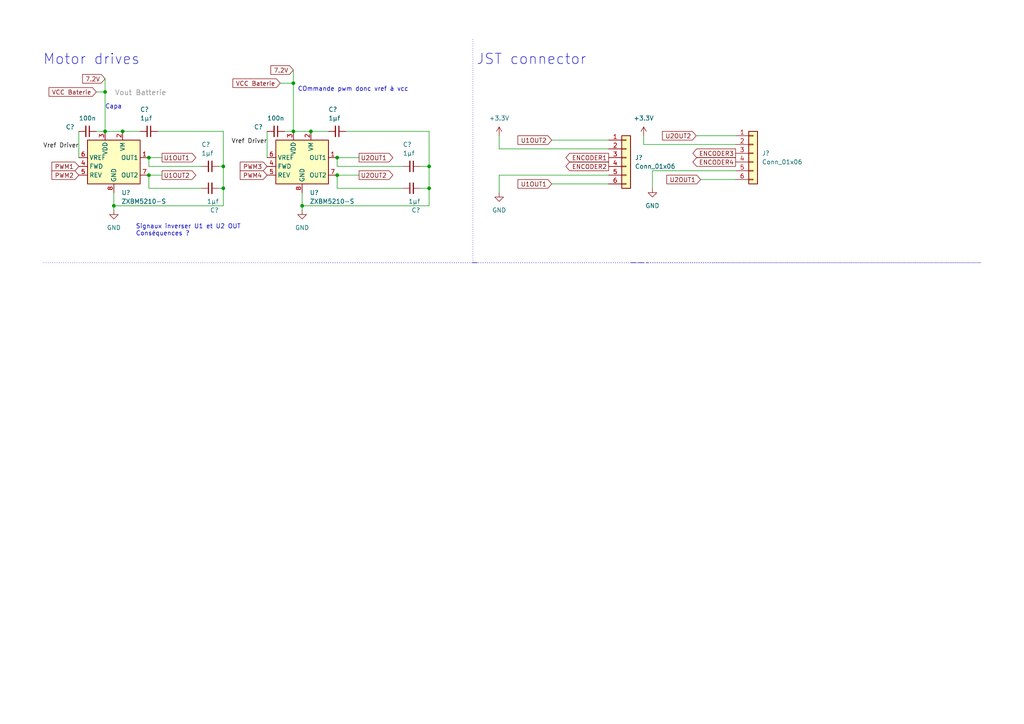
<source format=kicad_sch>
(kicad_sch (version 20230121) (generator eeschema)
  (paper "A4")
  (lib_symbols
    (symbol "Connector_Generic:Conn_01x06" (pin_names (offset 1.016) hide)
      (property "Reference" "J" (at 0 7.62 0))
      (property "Value" "Conn_01x06" (at 0 -10.16 0))
      (symbol "Conn_01x06_1_1"
        (rectangle (start -1.27 -7.493) (end 0 -7.747) (stroke (width 0.1524)))
        (rectangle (start -1.27 -4.953) (end 0 -5.207) (stroke (width 0.1524)))
        (rectangle (start -1.27 -2.413) (end 0 -2.667) (stroke (width 0.1524)))
        (rectangle (start -1.27 0.127) (end 0 -0.127) (stroke (width 0.1524)))
        (rectangle (start -1.27 2.667) (end 0 2.413) (stroke (width 0.1524)))
        (rectangle (start -1.27 5.207) (end 0 4.953) (stroke (width 0.1524)))
        (rectangle (start -1.27 6.35) (end 1.27 -8.89) (stroke (width 0.254)) (fill (type background)))
        (pin passive line (at -5.08 5.08 0) (length 3.81) (name "Pin_1") (number "1"))
        (pin passive line (at -5.08 2.54 0) (length 3.81) (name "Pin_2") (number "2"))
        (pin passive line (at -5.08 0 0) (length 3.81) (name "Pin_3") (number "3"))
        (pin passive line (at -5.08 -2.54 0) (length 3.81) (name "Pin_4") (number "4"))
        (pin passive line (at -5.08 -5.08 0) (length 3.81) (name "Pin_5") (number "5"))
        (pin passive line (at -5.08 -7.62 0) (length 3.81) (name "Pin_6") (number "6"))
      )
    )
    (symbol "Device:C_Small" (pin_numbers hide) (pin_names (offset 0.254) hide)
      (property "Reference" "C" (at 0.254 1.778 0))
      (property "Value" "C_Small" (at 0.254 -2.032 0))
      (symbol "C_Small_0_1"
        (polyline (pts (xy -1.524 -0.508) (xy 1.524 -0.508)) (stroke (width 0.3302)))
        (polyline (pts (xy -1.524 0.508) (xy 1.524 0.508)) (stroke (width 0.3048)))
      )
      (symbol "C_Small_1_1"
        (pin passive line (at 0 2.54 270) (length 2.032) (name "~") (number "1"))
        (pin passive line (at 0 -2.54 90) (length 2.032) (name "~") (number "2"))
      )
    )
    (symbol "Driver_Motor:ZXBM5210-S"
      (property "Reference" "U" (at -7.62 8.89 0))
      (property "Value" "ZXBM5210-S" (at 10.16 8.89 0))
      (symbol "ZXBM5210-S_0_0"
        (pin output line (at 10.16 2.54 180) (length 2.54) (name "OUT1") (number "1"))
        (pin power_in line (at 2.54 10.16 270) (length 2.54) (name "VM") (number "2"))
        (pin power_in line (at -2.54 10.16 270) (length 2.54) (name "VDD") (number "3"))
        (pin input line (at -10.16 0 0) (length 2.54) (name "FWD") (number "4"))
        (pin input line (at -10.16 -2.54 0) (length 2.54) (name "REV") (number "5"))
        (pin input line (at -10.16 2.54 0) (length 2.54) (name "VREF") (number "6"))
        (pin output line (at 10.16 -2.54 180) (length 2.54) (name "OUT2") (number "7"))
        (pin power_in line (at 0 -7.62 90) (length 2.54) (name "GND") (number "8"))
      )
      (symbol "ZXBM5210-S_0_1"
        (rectangle (start -7.62 7.62) (end 7.62 -5.08) (stroke (width 0.254)) (fill (type background)))
      )
    )
    (symbol "power:+3.3V" (power) (pin_names (offset 0))
      (property "Value" "+3.3V" (at 0 3.556 0))
      (symbol "+3.3V_0_1"
        (polyline (pts (xy -0.762 1.27) (xy 0 2.54)))
        (polyline (pts (xy 0 0) (xy 0 2.54)))
        (polyline (pts (xy 0 2.54) (xy 0.762 1.27)))
      )
      (symbol "+3.3V_1_1"
        (pin power_in line (at 0 0 90) (length 0) hide (name "+3.3V") (number "1"))
      )
    )
    (symbol "power:GND" (power) (pin_names (offset 0))
      (property "Value" "GND" (at 0 -3.81 0))
      (symbol "GND_0_1"
        (polyline (pts (xy 0 0) (xy 0 -1.27) (xy 1.27 -1.27) (xy 0 -2.54) (xy -1.27 -1.27) (xy 0 -1.27)))
      )
      (symbol "GND_1_1"
        (pin power_in line (at 0 0 270) (length 0) hide (name "GND") (number "1"))
      )
    )
  )
  (junction (at 64.77 54.61))
  (junction (at 97.79 45.72))
  (junction (at 33.02 59.69))
  (junction (at 43.18 45.72))
  (junction (at 30.48 38.1))
  (junction (at 97.79 50.8))
  (junction (at 124.46 48.26))
  (junction (at 124.46 54.61))
  (junction (at 87.63 59.69))
  (junction (at 85.09 24.13))
  (junction (at 43.18 50.8))
  (junction (at 85.09 38.1))
  (junction (at 64.77 48.26))
  (junction (at 30.48 26.67))
  (junction (at 35.56 38.1))
  (junction (at 90.17 38.1))
  (wire (pts (xy 30.48 26.67) (xy 30.48 38.1)))
  (wire (pts (xy 121.92 48.26) (xy 124.46 48.26)))
  (wire (pts (xy 64.77 48.26) (xy 64.77 54.61)))
  (wire (pts (xy 201.93 39.37) (xy 213.36 39.37)))
  (wire (pts (xy 186.69 41.91) (xy 213.36 41.91)))
  (wire (pts (xy 43.18 48.26) (xy 58.42 48.26)))
  (polyline (pts (xy 12.7 76.2) (xy 284.48 76.2)) (stroke (width 0) (type dot)))
  (wire (pts (xy 46.99 50.8) (xy 43.18 50.8)))
  (wire (pts (xy 160.02 40.64) (xy 176.53 40.64)))
  (wire (pts (xy 176.53 50.8) (xy 144.78 50.8)))
  (wire (pts (xy 160.02 53.34) (xy 176.53 53.34)))
  (wire (pts (xy 87.63 59.69) (xy 87.63 55.88)))
  (polyline (pts (xy 137.16 76.2) (xy 138.43 76.2)))
  (wire (pts (xy 64.77 54.61) (xy 64.77 59.69)))
  (wire (pts (xy 97.79 45.72) (xy 97.79 48.26)))
  (wire (pts (xy 189.23 49.53) (xy 213.36 49.53)))
  (polyline (pts (xy 212.09 76.2) (xy 284.48 76.2)) (stroke (width 0) (type dot)))
  (wire (pts (xy 203.2 52.07) (xy 213.36 52.07)))
  (wire (pts (xy 30.48 22.86) (xy 30.48 26.67)))
  (wire (pts (xy 43.18 50.8) (xy 43.18 54.61)))
  (wire (pts (xy 43.18 54.61) (xy 58.42 54.61)))
  (wire (pts (xy 22.86 45.72) (xy 22.86 38.1)))
  (wire (pts (xy 104.14 50.8) (xy 97.79 50.8)))
  (wire (pts (xy 30.48 38.1) (xy 35.56 38.1)))
  (wire (pts (xy 144.78 50.8) (xy 144.78 55.88)))
  (wire (pts (xy 104.14 45.72) (xy 97.79 45.72)))
  (wire (pts (xy 121.92 54.61) (xy 124.46 54.61)))
  (polyline (pts (xy 187.96 76.2) (xy 207.01 76.2)) (stroke (width 0) (type dot)))
  (wire (pts (xy 85.09 24.13) (xy 85.09 38.1)))
  (wire (pts (xy 45.72 38.1) (xy 64.77 38.1)))
  (wire (pts (xy 186.69 39.37) (xy 186.69 41.91)))
  (wire (pts (xy 63.5 54.61) (xy 64.77 54.61)))
  (wire (pts (xy 124.46 48.26) (xy 124.46 54.61)))
  (wire (pts (xy 87.63 60.96) (xy 87.63 59.69)))
  (wire (pts (xy 97.79 50.8) (xy 97.79 54.61)))
  (wire (pts (xy 85.09 20.32) (xy 85.09 24.13)))
  (wire (pts (xy 43.18 45.72) (xy 43.18 48.26)))
  (polyline (pts (xy 182.88 76.2) (xy 187.96 76.2)) (stroke (width 0) (type dash)))
  (wire (pts (xy 64.77 59.69) (xy 33.02 59.69)))
  (wire (pts (xy 64.77 38.1) (xy 64.77 48.26)))
  (wire (pts (xy 90.17 38.1) (xy 95.25 38.1)))
  (polyline (pts (xy 90.17 76.2) (xy 284.48 76.2)) (stroke (width 0) (type dot)))
  (wire (pts (xy 33.02 60.96) (xy 33.02 59.69)))
  (wire (pts (xy 85.09 38.1) (xy 90.17 38.1)))
  (wire (pts (xy 46.99 45.72) (xy 43.18 45.72)))
  (wire (pts (xy 27.94 26.67) (xy 30.48 26.67)))
  (wire (pts (xy 77.47 45.72) (xy 77.47 38.1)))
  (polyline (pts (xy 137.16 11.43) (xy 137.16 76.2)) (stroke (width 0) (type dot)))
  (wire (pts (xy 33.02 59.69) (xy 33.02 55.88)))
  (wire (pts (xy 82.55 38.1) (xy 85.09 38.1)))
  (wire (pts (xy 63.5 48.26) (xy 64.77 48.26)))
  (wire (pts (xy 124.46 59.69) (xy 87.63 59.69)))
  (wire (pts (xy 124.46 54.61) (xy 124.46 59.69)))
  (wire (pts (xy 144.78 43.18) (xy 144.78 39.37)))
  (wire (pts (xy 97.79 48.26) (xy 116.84 48.26)))
  (wire (pts (xy 189.23 49.53) (xy 189.23 54.61)))
  (wire (pts (xy 35.56 38.1) (xy 40.64 38.1)))
  (polyline (pts (xy 207.01 76.2) (xy 212.09 76.2)) (stroke (width 0) (type dot)))
  (wire (pts (xy 81.28 24.13) (xy 85.09 24.13)))
  (wire (pts (xy 100.33 38.1) (xy 124.46 38.1)))
  (wire (pts (xy 27.94 38.1) (xy 30.48 38.1)))
  (wire (pts (xy 97.79 54.61) (xy 116.84 54.61)))
  (wire (pts (xy 176.53 43.18) (xy 144.78 43.18)))
  (wire (pts (xy 124.46 38.1) (xy 124.46 48.26)))
  (text "JST connector" (at 170.18 19.05 0) (effects (font (size 3 3)) (justify right bottom)))
  (text "Capa\n" (at 30.48 31.75 0) (effects (font (size 1.27 1.27)) (justify left bottom)))
  (text "Vout Batterie" (at 48.26 27.94 0) (effects (font (size 1.5 1.5)) (justify right bottom)))
  (text "Signaux inverser U1 et U2 OUT \nConséquences ?" (at 39.37 68.58 0) (effects (font (size 1.27 1.27)) (justify left bottom)))
  (text "COmmande pwm donc vref à vcc\n" (at 86.36 26.67 0) (effects (font (size 1.27 1.27)) (justify left bottom)))
  (text "Motor drives" (at 40.64 19.05 0) (effects (font (size 3 3)) (justify right bottom)))
  (label "Vref Driver" (at 77.47 41.91 180))
  (label "Vref Driver" (at 22.86 43.18 180))
  (global_label "7.2V" (shape input) (at 30.48 22.86 180) (property "Intersheetrefs" "${INTERSHEET_REFS}" (effects hide)))
  (global_label "PWM2" (shape input) (at 22.86 50.8 180) (property "Intersheetrefs" "${INTERSHEET_REFS}" (effects hide)))
  (global_label "ENCODER3" (shape output) (at 213.36 44.45 180) (property "Intersheetrefs" "${INTERSHEET_REFS}" (effects hide)))
  (global_label "ENCODER2" (shape output) (at 176.53 48.26 180) (property "Intersheetrefs" "${INTERSHEET_REFS}" (effects hide)))
  (global_label "PWM4" (shape input) (at 77.47 50.8 180) (property "Intersheetrefs" "${INTERSHEET_REFS}" (effects hide)))
  (global_label "U1OUT2" (shape output) (at 46.99 50.8 0) (property "Intersheetrefs" "${INTERSHEET_REFS}" (effects hide)))
  (global_label "U1OUT1" (shape output) (at 46.99 45.72 0) (property "Intersheetrefs" "${INTERSHEET_REFS}" (effects hide)))
  (global_label "U2OUT1" (shape input) (at 203.2 52.07 180) (property "Intersheetrefs" "${INTERSHEET_REFS}" (effects hide)))
  (global_label "VCC Baterie" (shape input) (at 81.28 24.13 180) (property "Intersheetrefs" "${INTERSHEET_REFS}" (effects hide)))
  (global_label "PWM1" (shape input) (at 22.86 48.26 180) (property "Intersheetrefs" "${INTERSHEET_REFS}" (effects hide)))
  (global_label "U2OUT2" (shape output) (at 104.14 50.8 0) (property "Intersheetrefs" "${INTERSHEET_REFS}" (effects hide)))
  (global_label "7.2V" (shape input) (at 85.09 20.32 180) (property "Intersheetrefs" "${INTERSHEET_REFS}" (effects hide)))
  (global_label "ENCODER4" (shape output) (at 213.36 46.99 180) (property "Intersheetrefs" "${INTERSHEET_REFS}" (effects hide)))
  (global_label "U2OUT1" (shape output) (at 104.14 45.72 0) (property "Intersheetrefs" "${INTERSHEET_REFS}" (effects hide)))
  (global_label "ENCODER1" (shape output) (at 176.53 45.72 180) (property "Intersheetrefs" "${INTERSHEET_REFS}" (effects hide)))
  (global_label "PWM3" (shape input) (at 77.47 48.26 180) (property "Intersheetrefs" "${INTERSHEET_REFS}" (effects hide)))
  (global_label "U2OUT2" (shape input) (at 201.93 39.37 180) (property "Intersheetrefs" "${INTERSHEET_REFS}" (effects hide)))
  (global_label "VCC Baterie" (shape input) (at 27.94 26.67 180) (property "Intersheetrefs" "${INTERSHEET_REFS}" (effects hide)))
  (global_label "U1OUT1" (shape input) (at 160.02 53.34 180) (property "Intersheetrefs" "${INTERSHEET_REFS}" (effects hide)))
  (global_label "U1OUT2" (shape input) (at 160.02 40.64 180) (property "Intersheetrefs" "${INTERSHEET_REFS}" (effects hide)))
  (symbol (lib_id "Connector_Generic:Conn_01x06") (at 218.44 44.45 0) (unit 1)
    (property "Reference" "J?" (at 220.98 44.45 0) (effects (justify left)))
    (property "Value" "Conn_01x06" (at 220.98 46.99 0) (effects (justify left)))
    (property "Footprint" "Connector_JST:JST_XH_S6B-XH-A_1x06_P2.50mm_Horizontal" (effects hide))
    (instances (project "Alimentation" (path "" (reference "J?") (unit 1)) (path "" (reference "J11") (unit 1))) (project "moteur" (path "" (reference "J?") (unit 1))))
  )
  (symbol (lib_id "Device:C_Small") (at 119.38 54.61 90) (unit 1)
    (property "Reference" "C?" (at 121.92 60.9537 90) (effects (justify left)))
    (property "Value" "1µf" (at 121.92 58.4137 90) (effects (justify left)))
    (property "Footprint" "Capacitor_SMD:C_0603_1608Metric_Pad1.08x0.95mm_HandSolder" (effects hide))
    (instances (project "Alimentation" (path "" (reference "C?") (unit 1)) (path "" (reference "C25") (unit 1))) (project "moteur" (path "" (reference "C?") (unit 1))))
  )
  (symbol (lib_id "Device:C_Small") (at 97.79 38.1 270) (unit 1)
    (property "Reference" "C?" (at 95.25 31.7563 90) (effects (justify left)))
    (property "Value" "1µf" (at 95.25 34.2963 90) (effects (justify left)))
    (property "Footprint" "Capacitor_SMD:C_0603_1608Metric_Pad1.08x0.95mm_HandSolder" (effects hide))
    (instances (project "Alimentation" (path "" (reference "C?") (unit 1)) (path "" (reference "C23") (unit 1))) (project "moteur" (path "" (reference "C?") (unit 1))))
  )
  (symbol (lib_id "power:+3.3V") (at 186.69 39.37 0) (unit 1)
    (property "Reference" "#PWR06" (effects hide))
    (property "Value" "+3.3V" (at 186.69 34.29 0))
    (instances (project "Alimentation" (path "" (reference "#PWR06") (unit 1)) (path "" (reference "#PWR048") (unit 1))) (project "Microp_project_chat" (path "" (reference "#PWR?") (unit 1))))
  )
  (symbol (lib_id "Device:C_Small") (at 43.18 38.1 270) (unit 1)
    (property "Reference" "C?" (at 40.64 31.7563 90) (effects (justify left)))
    (property "Value" "1µf" (at 40.64 34.2963 90) (effects (justify left)))
    (property "Footprint" "Capacitor_SMD:C_0603_1608Metric_Pad1.08x0.95mm_HandSolder" (effects hide))
    (instances (project "Alimentation" (path "" (reference "C?") (unit 1)) (path "" (reference "C20") (unit 1))) (project "moteur" (path "" (reference "C?") (unit 1))))
  )
  (symbol (lib_id "power:GND") (at 144.78 55.88 0) (unit 1)
    (property "Reference" "#PWR047" (effects hide))
    (property "Value" "GND" (at 144.78 60.96 0))
    (instances (project "Alimentation" (path "" (reference "#PWR047") (unit 1))) (project "moteur" (path "" (reference "#PWR?") (unit 1))))
  )
  (symbol (lib_id "power:+3.3V") (at 144.78 39.37 0) (unit 1)
    (property "Reference" "#PWR06" (effects hide))
    (property "Value" "+3.3V" (at 144.78 34.29 0))
    (instances (project "Alimentation" (path "" (reference "#PWR06") (unit 1)) (path "" (reference "#PWR046") (unit 1))) (project "Microp_project_chat" (path "" (reference "#PWR?") (unit 1))))
  )
  (symbol (lib_id "Connector_Generic:Conn_01x06") (at 181.61 45.72 0) (unit 1)
    (property "Reference" "J?" (at 184.15 45.72 0) (effects (justify left)))
    (property "Value" "Conn_01x06" (at 184.15 48.26 0) (effects (justify left)))
    (property "Footprint" "Connector_JST:JST_XH_S6B-XH-A_1x06_P2.50mm_Horizontal" (effects hide))
    (instances (project "Alimentation" (path "" (reference "J?") (unit 1)) (path "" (reference "J10") (unit 1))) (project "moteur" (path "" (reference "J?") (unit 1))))
  )
  (symbol (lib_id "Device:C_Small") (at 119.38 48.26 270) (unit 1)
    (property "Reference" "C?" (at 116.84 41.9163 90) (effects (justify left)))
    (property "Value" "1µf" (at 116.84 44.4563 90) (effects (justify left)))
    (property "Footprint" "Capacitor_SMD:C_0603_1608Metric_Pad1.08x0.95mm_HandSolder" (effects hide))
    (instances (project "Alimentation" (path "" (reference "C?") (unit 1)) (path "" (reference "C24") (unit 1))) (project "moteur" (path "" (reference "C?") (unit 1))))
  )
  (symbol (lib_id "power:GND") (at 189.23 54.61 0) (unit 1)
    (property "Reference" "#PWR049" (effects hide))
    (property "Value" "GND" (at 189.23 59.69 0))
    (instances (project "Alimentation" (path "" (reference "#PWR049") (unit 1))) (project "moteur" (path "" (reference "#PWR?") (unit 1))))
  )
  (symbol (lib_id "Device:C_Small") (at 25.4 38.1 270) (unit 1)
    (property "Reference" "C?" (at 19.05 36.83 90) (effects (justify left)))
    (property "Value" "100n" (at 22.86 34.2963 90) (effects (justify left)))
    (property "Footprint" "Capacitor_SMD:C_0603_1608Metric_Pad1.08x0.95mm_HandSolder" (effects hide))
    (instances (project "Alimentation" (path "" (reference "C?") (unit 1)) (path "" (reference "C27") (unit 1))) (project "moteur" (path "" (reference "C?") (unit 1))))
  )
  (symbol (lib_id "Device:C_Small") (at 60.96 48.26 270) (unit 1)
    (property "Reference" "C?" (at 58.42 41.9163 90) (effects (justify left)))
    (property "Value" "1µf" (at 58.42 44.4563 90) (effects (justify left)))
    (property "Footprint" "Capacitor_SMD:C_0603_1608Metric_Pad1.08x0.95mm_HandSolder" (effects hide))
    (instances (project "Alimentation" (path "" (reference "C?") (unit 1)) (path "" (reference "C21") (unit 1))) (project "moteur" (path "" (reference "C?") (unit 1))))
  )
  (symbol (lib_id "power:GND") (at 33.02 60.96 0) (unit 1)
    (property "Reference" "#PWR044" (effects hide))
    (property "Value" "GND" (at 33.02 66.04 0))
    (instances (project "Alimentation" (path "" (reference "#PWR044") (unit 1))) (project "moteur" (path "" (reference "#PWR?") (unit 1))))
  )
  (symbol (lib_id "Driver_Motor:ZXBM5210-S") (at 33.02 48.26 0) (unit 1)
    (property "Reference" "U?" (at 35.2141 55.88 0) (effects (justify left)))
    (property "Value" "ZXBM5210-S" (at 35.2141 58.42 0) (effects (justify left)))
    (property "Footprint" "Package_SO:SOIC-8_3.9x4.9mm_P1.27mm" (effects hide))
    (property "Datasheet" "https://www.diodes.com/assets/Datasheets/ZXBM5210.pdf" (effects hide))
    (instances (project "Alimentation" (path "" (reference "U?") (unit 1)) (path "" (reference "U3") (unit 1))) (project "moteur" (path "" (reference "U?") (unit 1))))
  )
  (symbol (lib_id "Driver_Motor:ZXBM5210-S") (at 87.63 48.26 0) (unit 1)
    (property "Reference" "U?" (at 89.8241 55.88 0) (effects (justify left)))
    (property "Value" "ZXBM5210-S" (at 89.8241 58.42 0) (effects (justify left)))
    (property "Footprint" "Package_SO:SOIC-8_3.9x4.9mm_P1.27mm" (effects hide))
    (property "Datasheet" "https://www.diodes.com/assets/Datasheets/ZXBM5210.pdf" (effects hide))
    (instances (project "Alimentation" (path "" (reference "U?") (unit 1)) (path "" (reference "U4") (unit 1))) (project "moteur" (path "" (reference "U?") (unit 1))))
  )
  (symbol (lib_id "Device:C_Small") (at 60.96 54.61 90) (unit 1)
    (property "Reference" "C?" (at 63.5 60.9537 90) (effects (justify left)))
    (property "Value" "1µf" (at 63.5 58.4137 90) (effects (justify left)))
    (property "Footprint" "Capacitor_SMD:C_0603_1608Metric_Pad1.08x0.95mm_HandSolder" (effects hide))
    (instances (project "Alimentation" (path "" (reference "C?") (unit 1)) (path "" (reference "C22") (unit 1))) (project "moteur" (path "" (reference "C?") (unit 1))))
  )
  (symbol (lib_id "Device:C_Small") (at 80.01 38.1 270) (unit 1)
    (property "Reference" "C?" (at 73.66 36.83 90) (effects (justify left)))
    (property "Value" "100n" (at 77.47 34.2963 90) (effects (justify left)))
    (property "Footprint" "Capacitor_SMD:C_0603_1608Metric_Pad1.08x0.95mm_HandSolder" (effects hide))
    (instances (project "Alimentation" (path "" (reference "C?") (unit 1)) (path "" (reference "C28") (unit 1))) (project "moteur" (path "" (reference "C?") (unit 1))))
  )
  (symbol (lib_id "power:GND") (at 87.63 60.96 0) (unit 1)
    (property "Reference" "#PWR045" (effects hide))
    (property "Value" "GND" (at 87.63 66.04 0))
    (instances (project "Alimentation" (path "" (reference "#PWR045") (unit 1))) (project "moteur" (path "" (reference "#PWR?") (unit 1))))
  )
)
</source>
